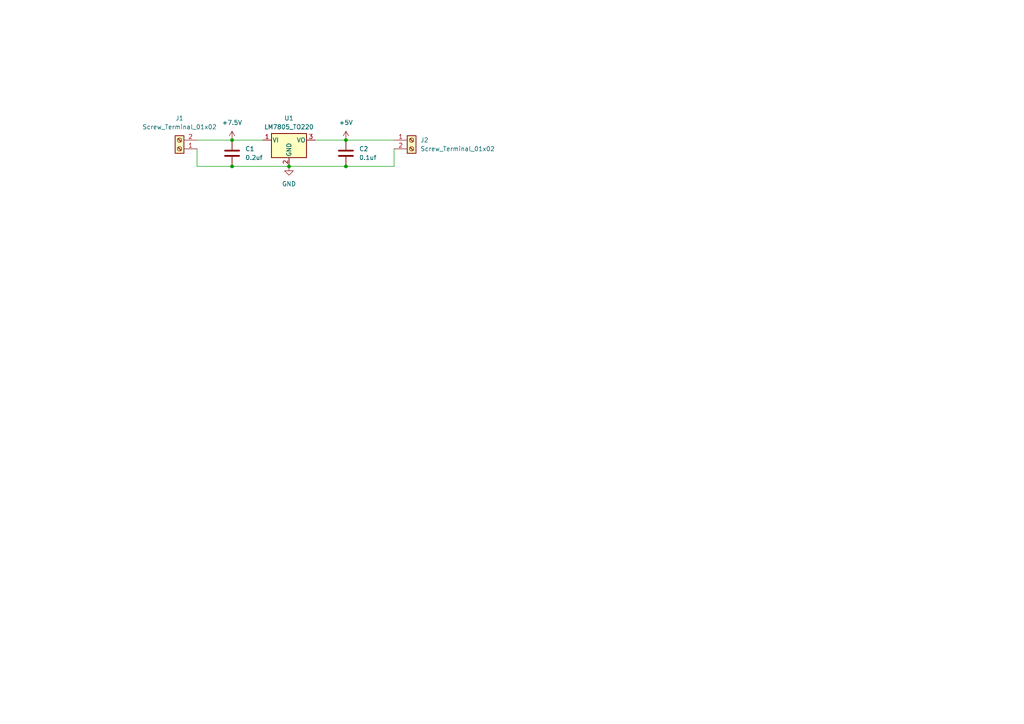
<source format=kicad_sch>
(kicad_sch
	(version 20231120)
	(generator "eeschema")
	(generator_version "8.0")
	(uuid "a67f37a8-579c-470d-b021-6177cfab9138")
	(paper "A4")
	(lib_symbols
		(symbol "Connector:Screw_Terminal_01x02"
			(pin_names
				(offset 1.016) hide)
			(exclude_from_sim no)
			(in_bom yes)
			(on_board yes)
			(property "Reference" "J"
				(at 0 2.54 0)
				(effects
					(font
						(size 1.27 1.27)
					)
				)
			)
			(property "Value" "Screw_Terminal_01x02"
				(at 0 -5.08 0)
				(effects
					(font
						(size 1.27 1.27)
					)
				)
			)
			(property "Footprint" ""
				(at 0 0 0)
				(effects
					(font
						(size 1.27 1.27)
					)
					(hide yes)
				)
			)
			(property "Datasheet" "~"
				(at 0 0 0)
				(effects
					(font
						(size 1.27 1.27)
					)
					(hide yes)
				)
			)
			(property "Description" "Generic screw terminal, single row, 01x02, script generated (kicad-library-utils/schlib/autogen/connector/)"
				(at 0 0 0)
				(effects
					(font
						(size 1.27 1.27)
					)
					(hide yes)
				)
			)
			(property "ki_keywords" "screw terminal"
				(at 0 0 0)
				(effects
					(font
						(size 1.27 1.27)
					)
					(hide yes)
				)
			)
			(property "ki_fp_filters" "TerminalBlock*:*"
				(at 0 0 0)
				(effects
					(font
						(size 1.27 1.27)
					)
					(hide yes)
				)
			)
			(symbol "Screw_Terminal_01x02_1_1"
				(rectangle
					(start -1.27 1.27)
					(end 1.27 -3.81)
					(stroke
						(width 0.254)
						(type default)
					)
					(fill
						(type background)
					)
				)
				(circle
					(center 0 -2.54)
					(radius 0.635)
					(stroke
						(width 0.1524)
						(type default)
					)
					(fill
						(type none)
					)
				)
				(polyline
					(pts
						(xy -0.5334 -2.2098) (xy 0.3302 -3.048)
					)
					(stroke
						(width 0.1524)
						(type default)
					)
					(fill
						(type none)
					)
				)
				(polyline
					(pts
						(xy -0.5334 0.3302) (xy 0.3302 -0.508)
					)
					(stroke
						(width 0.1524)
						(type default)
					)
					(fill
						(type none)
					)
				)
				(polyline
					(pts
						(xy -0.3556 -2.032) (xy 0.508 -2.8702)
					)
					(stroke
						(width 0.1524)
						(type default)
					)
					(fill
						(type none)
					)
				)
				(polyline
					(pts
						(xy -0.3556 0.508) (xy 0.508 -0.3302)
					)
					(stroke
						(width 0.1524)
						(type default)
					)
					(fill
						(type none)
					)
				)
				(circle
					(center 0 0)
					(radius 0.635)
					(stroke
						(width 0.1524)
						(type default)
					)
					(fill
						(type none)
					)
				)
				(pin passive line
					(at -5.08 0 0)
					(length 3.81)
					(name "Pin_1"
						(effects
							(font
								(size 1.27 1.27)
							)
						)
					)
					(number "1"
						(effects
							(font
								(size 1.27 1.27)
							)
						)
					)
				)
				(pin passive line
					(at -5.08 -2.54 0)
					(length 3.81)
					(name "Pin_2"
						(effects
							(font
								(size 1.27 1.27)
							)
						)
					)
					(number "2"
						(effects
							(font
								(size 1.27 1.27)
							)
						)
					)
				)
			)
		)
		(symbol "Device:C"
			(pin_numbers hide)
			(pin_names
				(offset 0.254)
			)
			(exclude_from_sim no)
			(in_bom yes)
			(on_board yes)
			(property "Reference" "C"
				(at 0.635 2.54 0)
				(effects
					(font
						(size 1.27 1.27)
					)
					(justify left)
				)
			)
			(property "Value" "C"
				(at 0.635 -2.54 0)
				(effects
					(font
						(size 1.27 1.27)
					)
					(justify left)
				)
			)
			(property "Footprint" ""
				(at 0.9652 -3.81 0)
				(effects
					(font
						(size 1.27 1.27)
					)
					(hide yes)
				)
			)
			(property "Datasheet" "~"
				(at 0 0 0)
				(effects
					(font
						(size 1.27 1.27)
					)
					(hide yes)
				)
			)
			(property "Description" "Unpolarized capacitor"
				(at 0 0 0)
				(effects
					(font
						(size 1.27 1.27)
					)
					(hide yes)
				)
			)
			(property "ki_keywords" "cap capacitor"
				(at 0 0 0)
				(effects
					(font
						(size 1.27 1.27)
					)
					(hide yes)
				)
			)
			(property "ki_fp_filters" "C_*"
				(at 0 0 0)
				(effects
					(font
						(size 1.27 1.27)
					)
					(hide yes)
				)
			)
			(symbol "C_0_1"
				(polyline
					(pts
						(xy -2.032 -0.762) (xy 2.032 -0.762)
					)
					(stroke
						(width 0.508)
						(type default)
					)
					(fill
						(type none)
					)
				)
				(polyline
					(pts
						(xy -2.032 0.762) (xy 2.032 0.762)
					)
					(stroke
						(width 0.508)
						(type default)
					)
					(fill
						(type none)
					)
				)
			)
			(symbol "C_1_1"
				(pin passive line
					(at 0 3.81 270)
					(length 2.794)
					(name "~"
						(effects
							(font
								(size 1.27 1.27)
							)
						)
					)
					(number "1"
						(effects
							(font
								(size 1.27 1.27)
							)
						)
					)
				)
				(pin passive line
					(at 0 -3.81 90)
					(length 2.794)
					(name "~"
						(effects
							(font
								(size 1.27 1.27)
							)
						)
					)
					(number "2"
						(effects
							(font
								(size 1.27 1.27)
							)
						)
					)
				)
			)
		)
		(symbol "Regulator_Linear:LM7805_TO220"
			(pin_names
				(offset 0.254)
			)
			(exclude_from_sim no)
			(in_bom yes)
			(on_board yes)
			(property "Reference" "U"
				(at -3.81 3.175 0)
				(effects
					(font
						(size 1.27 1.27)
					)
				)
			)
			(property "Value" "LM7805_TO220"
				(at 0 3.175 0)
				(effects
					(font
						(size 1.27 1.27)
					)
					(justify left)
				)
			)
			(property "Footprint" "Package_TO_SOT_THT:TO-220-3_Vertical"
				(at 0 5.715 0)
				(effects
					(font
						(size 1.27 1.27)
						(italic yes)
					)
					(hide yes)
				)
			)
			(property "Datasheet" "https://www.onsemi.cn/PowerSolutions/document/MC7800-D.PDF"
				(at 0 -1.27 0)
				(effects
					(font
						(size 1.27 1.27)
					)
					(hide yes)
				)
			)
			(property "Description" "Positive 1A 35V Linear Regulator, Fixed Output 5V, TO-220"
				(at 0 0 0)
				(effects
					(font
						(size 1.27 1.27)
					)
					(hide yes)
				)
			)
			(property "ki_keywords" "Voltage Regulator 1A Positive"
				(at 0 0 0)
				(effects
					(font
						(size 1.27 1.27)
					)
					(hide yes)
				)
			)
			(property "ki_fp_filters" "TO?220*"
				(at 0 0 0)
				(effects
					(font
						(size 1.27 1.27)
					)
					(hide yes)
				)
			)
			(symbol "LM7805_TO220_0_1"
				(rectangle
					(start -5.08 1.905)
					(end 5.08 -5.08)
					(stroke
						(width 0.254)
						(type default)
					)
					(fill
						(type background)
					)
				)
			)
			(symbol "LM7805_TO220_1_1"
				(pin power_in line
					(at -7.62 0 0)
					(length 2.54)
					(name "VI"
						(effects
							(font
								(size 1.27 1.27)
							)
						)
					)
					(number "1"
						(effects
							(font
								(size 1.27 1.27)
							)
						)
					)
				)
				(pin power_in line
					(at 0 -7.62 90)
					(length 2.54)
					(name "GND"
						(effects
							(font
								(size 1.27 1.27)
							)
						)
					)
					(number "2"
						(effects
							(font
								(size 1.27 1.27)
							)
						)
					)
				)
				(pin power_out line
					(at 7.62 0 180)
					(length 2.54)
					(name "VO"
						(effects
							(font
								(size 1.27 1.27)
							)
						)
					)
					(number "3"
						(effects
							(font
								(size 1.27 1.27)
							)
						)
					)
				)
			)
		)
		(symbol "power:+5V"
			(power)
			(pin_numbers hide)
			(pin_names
				(offset 0) hide)
			(exclude_from_sim no)
			(in_bom yes)
			(on_board yes)
			(property "Reference" "#PWR"
				(at 0 -3.81 0)
				(effects
					(font
						(size 1.27 1.27)
					)
					(hide yes)
				)
			)
			(property "Value" "+5V"
				(at 0 3.556 0)
				(effects
					(font
						(size 1.27 1.27)
					)
				)
			)
			(property "Footprint" ""
				(at 0 0 0)
				(effects
					(font
						(size 1.27 1.27)
					)
					(hide yes)
				)
			)
			(property "Datasheet" ""
				(at 0 0 0)
				(effects
					(font
						(size 1.27 1.27)
					)
					(hide yes)
				)
			)
			(property "Description" "Power symbol creates a global label with name \"+5V\""
				(at 0 0 0)
				(effects
					(font
						(size 1.27 1.27)
					)
					(hide yes)
				)
			)
			(property "ki_keywords" "global power"
				(at 0 0 0)
				(effects
					(font
						(size 1.27 1.27)
					)
					(hide yes)
				)
			)
			(symbol "+5V_0_1"
				(polyline
					(pts
						(xy -0.762 1.27) (xy 0 2.54)
					)
					(stroke
						(width 0)
						(type default)
					)
					(fill
						(type none)
					)
				)
				(polyline
					(pts
						(xy 0 0) (xy 0 2.54)
					)
					(stroke
						(width 0)
						(type default)
					)
					(fill
						(type none)
					)
				)
				(polyline
					(pts
						(xy 0 2.54) (xy 0.762 1.27)
					)
					(stroke
						(width 0)
						(type default)
					)
					(fill
						(type none)
					)
				)
			)
			(symbol "+5V_1_1"
				(pin power_in line
					(at 0 0 90)
					(length 0)
					(name "~"
						(effects
							(font
								(size 1.27 1.27)
							)
						)
					)
					(number "1"
						(effects
							(font
								(size 1.27 1.27)
							)
						)
					)
				)
			)
		)
		(symbol "power:+7.5V"
			(power)
			(pin_numbers hide)
			(pin_names
				(offset 0) hide)
			(exclude_from_sim no)
			(in_bom yes)
			(on_board yes)
			(property "Reference" "#PWR"
				(at 0 -3.81 0)
				(effects
					(font
						(size 1.27 1.27)
					)
					(hide yes)
				)
			)
			(property "Value" "+7.5V"
				(at 0 3.556 0)
				(effects
					(font
						(size 1.27 1.27)
					)
				)
			)
			(property "Footprint" ""
				(at 0 0 0)
				(effects
					(font
						(size 1.27 1.27)
					)
					(hide yes)
				)
			)
			(property "Datasheet" ""
				(at 0 0 0)
				(effects
					(font
						(size 1.27 1.27)
					)
					(hide yes)
				)
			)
			(property "Description" "Power symbol creates a global label with name \"+7.5V\""
				(at 0 0 0)
				(effects
					(font
						(size 1.27 1.27)
					)
					(hide yes)
				)
			)
			(property "ki_keywords" "global power"
				(at 0 0 0)
				(effects
					(font
						(size 1.27 1.27)
					)
					(hide yes)
				)
			)
			(symbol "+7.5V_0_1"
				(polyline
					(pts
						(xy -0.762 1.27) (xy 0 2.54)
					)
					(stroke
						(width 0)
						(type default)
					)
					(fill
						(type none)
					)
				)
				(polyline
					(pts
						(xy 0 0) (xy 0 2.54)
					)
					(stroke
						(width 0)
						(type default)
					)
					(fill
						(type none)
					)
				)
				(polyline
					(pts
						(xy 0 2.54) (xy 0.762 1.27)
					)
					(stroke
						(width 0)
						(type default)
					)
					(fill
						(type none)
					)
				)
			)
			(symbol "+7.5V_1_1"
				(pin power_in line
					(at 0 0 90)
					(length 0)
					(name "~"
						(effects
							(font
								(size 1.27 1.27)
							)
						)
					)
					(number "1"
						(effects
							(font
								(size 1.27 1.27)
							)
						)
					)
				)
			)
		)
		(symbol "power:GND"
			(power)
			(pin_numbers hide)
			(pin_names
				(offset 0) hide)
			(exclude_from_sim no)
			(in_bom yes)
			(on_board yes)
			(property "Reference" "#PWR"
				(at 0 -6.35 0)
				(effects
					(font
						(size 1.27 1.27)
					)
					(hide yes)
				)
			)
			(property "Value" "GND"
				(at 0 -3.81 0)
				(effects
					(font
						(size 1.27 1.27)
					)
				)
			)
			(property "Footprint" ""
				(at 0 0 0)
				(effects
					(font
						(size 1.27 1.27)
					)
					(hide yes)
				)
			)
			(property "Datasheet" ""
				(at 0 0 0)
				(effects
					(font
						(size 1.27 1.27)
					)
					(hide yes)
				)
			)
			(property "Description" "Power symbol creates a global label with name \"GND\" , ground"
				(at 0 0 0)
				(effects
					(font
						(size 1.27 1.27)
					)
					(hide yes)
				)
			)
			(property "ki_keywords" "global power"
				(at 0 0 0)
				(effects
					(font
						(size 1.27 1.27)
					)
					(hide yes)
				)
			)
			(symbol "GND_0_1"
				(polyline
					(pts
						(xy 0 0) (xy 0 -1.27) (xy 1.27 -1.27) (xy 0 -2.54) (xy -1.27 -1.27) (xy 0 -1.27)
					)
					(stroke
						(width 0)
						(type default)
					)
					(fill
						(type none)
					)
				)
			)
			(symbol "GND_1_1"
				(pin power_in line
					(at 0 0 270)
					(length 0)
					(name "~"
						(effects
							(font
								(size 1.27 1.27)
							)
						)
					)
					(number "1"
						(effects
							(font
								(size 1.27 1.27)
							)
						)
					)
				)
			)
		)
	)
	(junction
		(at 83.82 48.26)
		(diameter 0)
		(color 0 0 0 0)
		(uuid "3469eb67-1630-4a7c-80bf-2b4d53d4c052")
	)
	(junction
		(at 100.33 48.26)
		(diameter 0)
		(color 0 0 0 0)
		(uuid "3ef04eb7-42dd-4270-9627-95835564f67d")
	)
	(junction
		(at 100.33 40.64)
		(diameter 0)
		(color 0 0 0 0)
		(uuid "5e3f2fee-496e-429c-a96c-145ce9a9da1b")
	)
	(junction
		(at 67.31 40.64)
		(diameter 0)
		(color 0 0 0 0)
		(uuid "af1695a4-e035-411c-bbf9-baa69323903d")
	)
	(junction
		(at 67.31 48.26)
		(diameter 0)
		(color 0 0 0 0)
		(uuid "b6268ee4-2a19-4007-b3ea-ce58ba12a1b9")
	)
	(wire
		(pts
			(xy 67.31 48.26) (xy 83.82 48.26)
		)
		(stroke
			(width 0)
			(type default)
		)
		(uuid "011cb3d1-efd3-4cc7-90a9-49c051e7a878")
	)
	(wire
		(pts
			(xy 83.82 48.26) (xy 100.33 48.26)
		)
		(stroke
			(width 0)
			(type default)
		)
		(uuid "0324f629-eaeb-4c49-bfdd-4980421e0157")
	)
	(wire
		(pts
			(xy 114.3 43.18) (xy 114.3 48.26)
		)
		(stroke
			(width 0)
			(type default)
		)
		(uuid "42dc824b-1437-4f08-b5e0-f31f529452c7")
	)
	(wire
		(pts
			(xy 100.33 48.26) (xy 114.3 48.26)
		)
		(stroke
			(width 0)
			(type default)
		)
		(uuid "42dda549-f54c-4f8d-882d-a620500612ac")
	)
	(wire
		(pts
			(xy 57.15 43.18) (xy 57.15 48.26)
		)
		(stroke
			(width 0)
			(type default)
		)
		(uuid "4513c7d7-012a-412b-8302-956857070ed3")
	)
	(wire
		(pts
			(xy 100.33 40.64) (xy 114.3 40.64)
		)
		(stroke
			(width 0)
			(type default)
		)
		(uuid "45bb885c-8029-474c-bdd3-063c512185c8")
	)
	(wire
		(pts
			(xy 67.31 48.26) (xy 57.15 48.26)
		)
		(stroke
			(width 0)
			(type default)
		)
		(uuid "6736cfdb-c9e3-48f9-b929-17cf7a2c5d46")
	)
	(wire
		(pts
			(xy 91.44 40.64) (xy 100.33 40.64)
		)
		(stroke
			(width 0)
			(type default)
		)
		(uuid "7fd5bfbf-6db6-4bb6-b2cf-d5405a7967aa")
	)
	(wire
		(pts
			(xy 57.15 40.64) (xy 67.31 40.64)
		)
		(stroke
			(width 0)
			(type default)
		)
		(uuid "95d30725-cc74-4a85-8d48-4d0fc5c451e6")
	)
	(wire
		(pts
			(xy 67.31 40.64) (xy 76.2 40.64)
		)
		(stroke
			(width 0)
			(type default)
		)
		(uuid "b1bd8d8f-7b38-41b1-9d74-0b3e7ad56e92")
	)
	(symbol
		(lib_id "Device:C")
		(at 67.31 44.45 0)
		(unit 1)
		(exclude_from_sim no)
		(in_bom yes)
		(on_board yes)
		(dnp no)
		(fields_autoplaced yes)
		(uuid "137d6652-410a-4974-94c7-70efa94b7456")
		(property "Reference" "C1"
			(at 71.12 43.1799 0)
			(effects
				(font
					(size 1.27 1.27)
				)
				(justify left)
			)
		)
		(property "Value" "0.2uf"
			(at 71.12 45.7199 0)
			(effects
				(font
					(size 1.27 1.27)
				)
				(justify left)
			)
		)
		(property "Footprint" "Capacitor_SMD:C_1206_3216Metric_Pad1.33x1.80mm_HandSolder"
			(at 68.2752 48.26 0)
			(effects
				(font
					(size 1.27 1.27)
				)
				(hide yes)
			)
		)
		(property "Datasheet" "~"
			(at 67.31 44.45 0)
			(effects
				(font
					(size 1.27 1.27)
				)
				(hide yes)
			)
		)
		(property "Description" "Unpolarized capacitor"
			(at 67.31 44.45 0)
			(effects
				(font
					(size 1.27 1.27)
				)
				(hide yes)
			)
		)
		(pin "1"
			(uuid "e43aee5c-a88e-4fdc-9815-730fa5d793f1")
		)
		(pin "2"
			(uuid "0e4499ce-c0ef-46c0-b019-0530d5bbf0a4")
		)
		(instances
			(project ""
				(path "/a67f37a8-579c-470d-b021-6177cfab9138"
					(reference "C1")
					(unit 1)
				)
			)
		)
	)
	(symbol
		(lib_id "power:+7.5V")
		(at 67.31 40.64 0)
		(unit 1)
		(exclude_from_sim no)
		(in_bom yes)
		(on_board yes)
		(dnp no)
		(fields_autoplaced yes)
		(uuid "3c8c90db-6b06-448a-9a7f-9825d0fcf1df")
		(property "Reference" "#PWR03"
			(at 67.31 44.45 0)
			(effects
				(font
					(size 1.27 1.27)
				)
				(hide yes)
			)
		)
		(property "Value" "+7.5V"
			(at 67.31 35.56 0)
			(effects
				(font
					(size 1.27 1.27)
				)
			)
		)
		(property "Footprint" ""
			(at 67.31 40.64 0)
			(effects
				(font
					(size 1.27 1.27)
				)
				(hide yes)
			)
		)
		(property "Datasheet" ""
			(at 67.31 40.64 0)
			(effects
				(font
					(size 1.27 1.27)
				)
				(hide yes)
			)
		)
		(property "Description" "Power symbol creates a global label with name \"+7.5V\""
			(at 67.31 40.64 0)
			(effects
				(font
					(size 1.27 1.27)
				)
				(hide yes)
			)
		)
		(pin "1"
			(uuid "234d2395-c6de-47b8-831d-4d853cf6f1b3")
		)
		(instances
			(project ""
				(path "/a67f37a8-579c-470d-b021-6177cfab9138"
					(reference "#PWR03")
					(unit 1)
				)
			)
		)
	)
	(symbol
		(lib_id "Connector:Screw_Terminal_01x02")
		(at 52.07 43.18 180)
		(unit 1)
		(exclude_from_sim no)
		(in_bom yes)
		(on_board yes)
		(dnp no)
		(fields_autoplaced yes)
		(uuid "515177f7-6b77-48b0-96ed-b0e7f6365e20")
		(property "Reference" "J1"
			(at 52.07 34.29 0)
			(effects
				(font
					(size 1.27 1.27)
				)
			)
		)
		(property "Value" "Screw_Terminal_01x02"
			(at 52.07 36.83 0)
			(effects
				(font
					(size 1.27 1.27)
				)
			)
		)
		(property "Footprint" "TerminalBlock_Phoenix:TerminalBlock_Phoenix_MKDS-1,5-2_1x02_P5.00mm_Horizontal"
			(at 52.07 43.18 0)
			(effects
				(font
					(size 1.27 1.27)
				)
				(hide yes)
			)
		)
		(property "Datasheet" "~"
			(at 52.07 43.18 0)
			(effects
				(font
					(size 1.27 1.27)
				)
				(hide yes)
			)
		)
		(property "Description" "Generic screw terminal, single row, 01x02, script generated (kicad-library-utils/schlib/autogen/connector/)"
			(at 52.07 43.18 0)
			(effects
				(font
					(size 1.27 1.27)
				)
				(hide yes)
			)
		)
		(pin "1"
			(uuid "12ee107a-456d-46fc-ba9c-38ea3fc3eb5d")
		)
		(pin "2"
			(uuid "18919897-ae10-46a9-9819-d36e35fde152")
		)
		(instances
			(project ""
				(path "/a67f37a8-579c-470d-b021-6177cfab9138"
					(reference "J1")
					(unit 1)
				)
			)
		)
	)
	(symbol
		(lib_id "Regulator_Linear:LM7805_TO220")
		(at 83.82 40.64 0)
		(unit 1)
		(exclude_from_sim no)
		(in_bom yes)
		(on_board yes)
		(dnp no)
		(fields_autoplaced yes)
		(uuid "67301a42-217e-444c-8682-139eb314a3b5")
		(property "Reference" "U1"
			(at 83.82 34.29 0)
			(effects
				(font
					(size 1.27 1.27)
				)
			)
		)
		(property "Value" "LM7805_TO220"
			(at 83.82 36.83 0)
			(effects
				(font
					(size 1.27 1.27)
				)
			)
		)
		(property "Footprint" "Package_TO_SOT_THT:TO-220-3_Vertical"
			(at 83.82 34.925 0)
			(effects
				(font
					(size 1.27 1.27)
					(italic yes)
				)
				(hide yes)
			)
		)
		(property "Datasheet" "https://www.onsemi.cn/PowerSolutions/document/MC7800-D.PDF"
			(at 83.82 41.91 0)
			(effects
				(font
					(size 1.27 1.27)
				)
				(hide yes)
			)
		)
		(property "Description" "Positive 1A 35V Linear Regulator, Fixed Output 5V, TO-220"
			(at 83.82 40.64 0)
			(effects
				(font
					(size 1.27 1.27)
				)
				(hide yes)
			)
		)
		(pin "1"
			(uuid "999b36c5-fecb-406b-83d6-51c3b509c2f7")
		)
		(pin "2"
			(uuid "298dfa28-5c45-4392-96f6-f10f773a93f0")
		)
		(pin "3"
			(uuid "2ae18fd2-b597-4fd9-9498-0a6d1401d8ee")
		)
		(instances
			(project ""
				(path "/a67f37a8-579c-470d-b021-6177cfab9138"
					(reference "U1")
					(unit 1)
				)
			)
		)
	)
	(symbol
		(lib_id "power:GND")
		(at 83.82 48.26 0)
		(unit 1)
		(exclude_from_sim no)
		(in_bom yes)
		(on_board yes)
		(dnp no)
		(fields_autoplaced yes)
		(uuid "8faa3cbd-9cd4-49a5-a897-9126917ddd2a")
		(property "Reference" "#PWR01"
			(at 83.82 54.61 0)
			(effects
				(font
					(size 1.27 1.27)
				)
				(hide yes)
			)
		)
		(property "Value" "GND"
			(at 83.82 53.34 0)
			(effects
				(font
					(size 1.27 1.27)
				)
			)
		)
		(property "Footprint" ""
			(at 83.82 48.26 0)
			(effects
				(font
					(size 1.27 1.27)
				)
				(hide yes)
			)
		)
		(property "Datasheet" ""
			(at 83.82 48.26 0)
			(effects
				(font
					(size 1.27 1.27)
				)
				(hide yes)
			)
		)
		(property "Description" "Power symbol creates a global label with name \"GND\" , ground"
			(at 83.82 48.26 0)
			(effects
				(font
					(size 1.27 1.27)
				)
				(hide yes)
			)
		)
		(pin "1"
			(uuid "30833f90-1d1a-4749-a016-e40608e540fc")
		)
		(instances
			(project ""
				(path "/a67f37a8-579c-470d-b021-6177cfab9138"
					(reference "#PWR01")
					(unit 1)
				)
			)
		)
	)
	(symbol
		(lib_id "power:+5V")
		(at 100.33 40.64 0)
		(unit 1)
		(exclude_from_sim no)
		(in_bom yes)
		(on_board yes)
		(dnp no)
		(fields_autoplaced yes)
		(uuid "96a3e6b5-e8c7-470e-8681-d2e2789acd56")
		(property "Reference" "#PWR02"
			(at 100.33 44.45 0)
			(effects
				(font
					(size 1.27 1.27)
				)
				(hide yes)
			)
		)
		(property "Value" "+5V"
			(at 100.33 35.56 0)
			(effects
				(font
					(size 1.27 1.27)
				)
			)
		)
		(property "Footprint" ""
			(at 100.33 40.64 0)
			(effects
				(font
					(size 1.27 1.27)
				)
				(hide yes)
			)
		)
		(property "Datasheet" ""
			(at 100.33 40.64 0)
			(effects
				(font
					(size 1.27 1.27)
				)
				(hide yes)
			)
		)
		(property "Description" "Power symbol creates a global label with name \"+5V\""
			(at 100.33 40.64 0)
			(effects
				(font
					(size 1.27 1.27)
				)
				(hide yes)
			)
		)
		(pin "1"
			(uuid "b64f0052-350e-4629-acef-35c37aff50d4")
		)
		(instances
			(project ""
				(path "/a67f37a8-579c-470d-b021-6177cfab9138"
					(reference "#PWR02")
					(unit 1)
				)
			)
		)
	)
	(symbol
		(lib_id "Device:C")
		(at 100.33 44.45 0)
		(unit 1)
		(exclude_from_sim no)
		(in_bom yes)
		(on_board yes)
		(dnp no)
		(fields_autoplaced yes)
		(uuid "aca1f5f4-0741-4ea3-9ef2-fcc0fe59027c")
		(property "Reference" "C2"
			(at 104.14 43.1799 0)
			(effects
				(font
					(size 1.27 1.27)
				)
				(justify left)
			)
		)
		(property "Value" "0.1uf"
			(at 104.14 45.7199 0)
			(effects
				(font
					(size 1.27 1.27)
				)
				(justify left)
			)
		)
		(property "Footprint" "Capacitor_SMD:C_1206_3216Metric_Pad1.33x1.80mm_HandSolder"
			(at 101.2952 48.26 0)
			(effects
				(font
					(size 1.27 1.27)
				)
				(hide yes)
			)
		)
		(property "Datasheet" "~"
			(at 100.33 44.45 0)
			(effects
				(font
					(size 1.27 1.27)
				)
				(hide yes)
			)
		)
		(property "Description" "Unpolarized capacitor"
			(at 100.33 44.45 0)
			(effects
				(font
					(size 1.27 1.27)
				)
				(hide yes)
			)
		)
		(pin "2"
			(uuid "4d4c805d-1cd8-40bd-8e15-536f4ec39759")
		)
		(pin "1"
			(uuid "5ffc2593-bc26-419c-b6dd-011afc77f30d")
		)
		(instances
			(project ""
				(path "/a67f37a8-579c-470d-b021-6177cfab9138"
					(reference "C2")
					(unit 1)
				)
			)
		)
	)
	(symbol
		(lib_id "Connector:Screw_Terminal_01x02")
		(at 119.38 40.64 0)
		(unit 1)
		(exclude_from_sim no)
		(in_bom yes)
		(on_board yes)
		(dnp no)
		(fields_autoplaced yes)
		(uuid "b784dee8-ab98-4b1d-a534-69766bdc2d0a")
		(property "Reference" "J2"
			(at 121.92 40.6399 0)
			(effects
				(font
					(size 1.27 1.27)
				)
				(justify left)
			)
		)
		(property "Value" "Screw_Terminal_01x02"
			(at 121.92 43.1799 0)
			(effects
				(font
					(size 1.27 1.27)
				)
				(justify left)
			)
		)
		(property "Footprint" "TerminalBlock_Phoenix:TerminalBlock_Phoenix_MKDS-1,5-2_1x02_P5.00mm_Horizontal"
			(at 119.38 40.64 0)
			(effects
				(font
					(size 1.27 1.27)
				)
				(hide yes)
			)
		)
		(property "Datasheet" "~"
			(at 119.38 40.64 0)
			(effects
				(font
					(size 1.27 1.27)
				)
				(hide yes)
			)
		)
		(property "Description" "Generic screw terminal, single row, 01x02, script generated (kicad-library-utils/schlib/autogen/connector/)"
			(at 119.38 40.64 0)
			(effects
				(font
					(size 1.27 1.27)
				)
				(hide yes)
			)
		)
		(pin "2"
			(uuid "b2cc8504-dc8d-452b-8dba-d1d2c535eafe")
		)
		(pin "1"
			(uuid "fb50440b-a630-4c4e-93dc-3e17ae9c3f09")
		)
		(instances
			(project ""
				(path "/a67f37a8-579c-470d-b021-6177cfab9138"
					(reference "J2")
					(unit 1)
				)
			)
		)
	)
	(sheet_instances
		(path "/"
			(page "1")
		)
	)
)

</source>
